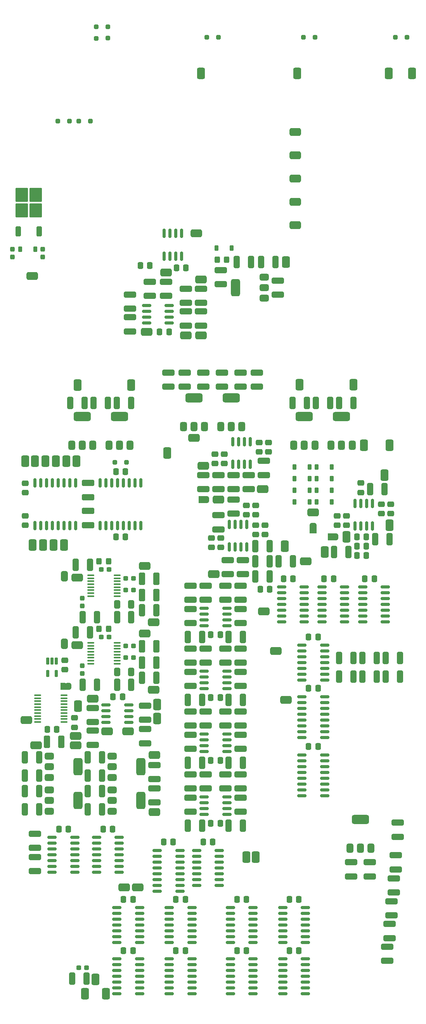
<source format=gbr>
%TF.GenerationSoftware,KiCad,Pcbnew,8.0.2*%
%TF.CreationDate,2024-12-14T16:11:44+01:00*%
%TF.ProjectId,pss_baseboard,7073735f-6261-4736-9562-6f6172642e6b,1.0.0*%
%TF.SameCoordinates,Original*%
%TF.FileFunction,Paste,Bot*%
%TF.FilePolarity,Positive*%
%FSLAX46Y46*%
G04 Gerber Fmt 4.6, Leading zero omitted, Abs format (unit mm)*
G04 Created by KiCad (PCBNEW 8.0.2) date 2024-12-14 16:11:44*
%MOMM*%
%LPD*%
G01*
G04 APERTURE LIST*
G04 Aperture macros list*
%AMRoundRect*
0 Rectangle with rounded corners*
0 $1 Rounding radius*
0 $2 $3 $4 $5 $6 $7 $8 $9 X,Y pos of 4 corners*
0 Add a 4 corners polygon primitive as box body*
4,1,4,$2,$3,$4,$5,$6,$7,$8,$9,$2,$3,0*
0 Add four circle primitives for the rounded corners*
1,1,$1+$1,$2,$3*
1,1,$1+$1,$4,$5*
1,1,$1+$1,$6,$7*
1,1,$1+$1,$8,$9*
0 Add four rect primitives between the rounded corners*
20,1,$1+$1,$2,$3,$4,$5,0*
20,1,$1+$1,$4,$5,$6,$7,0*
20,1,$1+$1,$6,$7,$8,$9,0*
20,1,$1+$1,$8,$9,$2,$3,0*%
%AMFreePoly0*
4,1,19,0.550000,-0.750000,0.000000,-0.750000,0.000000,-0.744911,-0.071157,-0.744911,-0.207708,-0.704816,-0.327430,-0.627875,-0.420627,-0.520320,-0.479746,-0.390866,-0.500000,-0.250000,-0.500000,0.250000,-0.479746,0.390866,-0.420627,0.520320,-0.327430,0.627875,-0.207708,0.704816,-0.071157,0.744911,0.000000,0.744911,0.000000,0.750000,0.550000,0.750000,0.550000,-0.750000,0.550000,-0.750000,
$1*%
%AMFreePoly1*
4,1,19,0.500000,-0.750000,0.000000,-0.750000,0.000000,-0.744911,-0.071157,-0.744911,-0.207708,-0.704816,-0.327430,-0.627875,-0.420627,-0.520320,-0.479746,-0.390866,-0.500000,-0.250000,-0.500000,0.250000,-0.479746,0.390866,-0.420627,0.520320,-0.327430,0.627875,-0.207708,0.704816,-0.071157,0.744911,0.000000,0.744911,0.000000,0.750000,0.500000,0.750000,0.500000,-0.750000,0.500000,-0.750000,
$1*%
%AMFreePoly2*
4,1,19,0.000000,0.744911,0.071157,0.744911,0.207708,0.704816,0.327430,0.627875,0.420627,0.520320,0.479746,0.390866,0.500000,0.250000,0.500000,-0.250000,0.479746,-0.390866,0.420627,-0.520320,0.327430,-0.627875,0.207708,-0.704816,0.071157,-0.744911,0.000000,-0.744911,0.000000,-0.750000,-0.500000,-0.750000,-0.500000,0.750000,0.000000,0.750000,0.000000,0.744911,0.000000,0.744911,
$1*%
G04 Aperture macros list end*
%ADD10C,0.000000*%
%ADD11RoundRect,0.426829X0.823171X0.448171X-0.823171X0.448171X-0.823171X-0.448171X0.823171X-0.448171X0*%
%ADD12RoundRect,0.150000X-0.150000X0.875000X-0.150000X-0.875000X0.150000X-0.875000X0.150000X0.875000X0*%
%ADD13RoundRect,0.250000X-0.400000X-1.075000X0.400000X-1.075000X0.400000X1.075000X-0.400000X1.075000X0*%
%ADD14RoundRect,0.250000X0.400000X1.075000X-0.400000X1.075000X-0.400000X-1.075000X0.400000X-1.075000X0*%
%ADD15RoundRect,0.150000X0.825000X0.150000X-0.825000X0.150000X-0.825000X-0.150000X0.825000X-0.150000X0*%
%ADD16RoundRect,0.237500X0.300000X0.237500X-0.300000X0.237500X-0.300000X-0.237500X0.300000X-0.237500X0*%
%ADD17RoundRect,0.250000X-1.075000X0.400000X-1.075000X-0.400000X1.075000X-0.400000X1.075000X0.400000X0*%
%ADD18RoundRect,0.250000X0.337500X0.475000X-0.337500X0.475000X-0.337500X-0.475000X0.337500X-0.475000X0*%
%ADD19RoundRect,0.250000X-0.412500X-0.650000X0.412500X-0.650000X0.412500X0.650000X-0.412500X0.650000X0*%
%ADD20RoundRect,0.250000X0.475000X-0.337500X0.475000X0.337500X-0.475000X0.337500X-0.475000X-0.337500X0*%
%ADD21RoundRect,0.250000X-0.475000X0.337500X-0.475000X-0.337500X0.475000X-0.337500X0.475000X0.337500X0*%
%ADD22RoundRect,0.426829X-0.448171X0.823171X-0.448171X-0.823171X0.448171X-0.823171X0.448171X0.823171X0*%
%ADD23RoundRect,0.426829X-0.823171X-0.448171X0.823171X-0.448171X0.823171X0.448171X-0.823171X0.448171X0*%
%ADD24RoundRect,0.225000X0.225000X0.375000X-0.225000X0.375000X-0.225000X-0.375000X0.225000X-0.375000X0*%
%ADD25RoundRect,0.375000X0.375000X-0.625000X0.375000X0.625000X-0.375000X0.625000X-0.375000X-0.625000X0*%
%ADD26RoundRect,0.500000X1.400000X-0.500000X1.400000X0.500000X-1.400000X0.500000X-1.400000X-0.500000X0*%
%ADD27RoundRect,0.250000X0.325000X0.450000X-0.325000X0.450000X-0.325000X-0.450000X0.325000X-0.450000X0*%
%ADD28RoundRect,0.375000X0.625000X0.375000X-0.625000X0.375000X-0.625000X-0.375000X0.625000X-0.375000X0*%
%ADD29RoundRect,0.500000X0.500000X1.400000X-0.500000X1.400000X-0.500000X-1.400000X0.500000X-1.400000X0*%
%ADD30RoundRect,0.250000X1.075000X-0.400000X1.075000X0.400000X-1.075000X0.400000X-1.075000X-0.400000X0*%
%ADD31RoundRect,0.250000X-0.337500X-0.475000X0.337500X-0.475000X0.337500X0.475000X-0.337500X0.475000X0*%
%ADD32RoundRect,0.150000X-0.825000X-0.150000X0.825000X-0.150000X0.825000X0.150000X-0.825000X0.150000X0*%
%ADD33RoundRect,0.426829X0.448171X-0.823171X0.448171X0.823171X-0.448171X0.823171X-0.448171X-0.823171X0*%
%ADD34RoundRect,0.237500X0.237500X-0.300000X0.237500X0.300000X-0.237500X0.300000X-0.237500X-0.300000X0*%
%ADD35RoundRect,0.225000X-0.225000X-0.375000X0.225000X-0.375000X0.225000X0.375000X-0.225000X0.375000X0*%
%ADD36RoundRect,0.100000X0.637500X0.100000X-0.637500X0.100000X-0.637500X-0.100000X0.637500X-0.100000X0*%
%ADD37RoundRect,0.250000X0.250000X0.250000X-0.250000X0.250000X-0.250000X-0.250000X0.250000X-0.250000X0*%
%ADD38RoundRect,0.250000X0.350000X-0.850000X0.350000X0.850000X-0.350000X0.850000X-0.350000X-0.850000X0*%
%ADD39RoundRect,0.250000X1.125000X-1.275000X1.125000X1.275000X-1.125000X1.275000X-1.125000X-1.275000X0*%
%ADD40RoundRect,0.250000X0.412500X1.100000X-0.412500X1.100000X-0.412500X-1.100000X0.412500X-1.100000X0*%
%ADD41FreePoly0,180.000000*%
%ADD42R,1.000000X1.500000*%
%ADD43RoundRect,0.250000X-0.250000X0.250000X-0.250000X-0.250000X0.250000X-0.250000X0.250000X0.250000X0*%
%ADD44RoundRect,0.100000X-0.637500X-0.100000X0.637500X-0.100000X0.637500X0.100000X-0.637500X0.100000X0*%
%ADD45RoundRect,0.375000X-0.625000X-0.375000X0.625000X-0.375000X0.625000X0.375000X-0.625000X0.375000X0*%
%ADD46RoundRect,0.500000X-0.500000X-1.400000X0.500000X-1.400000X0.500000X1.400000X-0.500000X1.400000X0*%
%ADD47RoundRect,0.250000X-0.250000X-0.250000X0.250000X-0.250000X0.250000X0.250000X-0.250000X0.250000X0*%
%ADD48RoundRect,0.150000X-0.150000X0.825000X-0.150000X-0.825000X0.150000X-0.825000X0.150000X0.825000X0*%
%ADD49RoundRect,0.162500X-0.162500X0.617500X-0.162500X-0.617500X0.162500X-0.617500X0.162500X0.617500X0*%
%ADD50FreePoly0,270.000000*%
%ADD51R,1.500000X1.000000*%
%ADD52RoundRect,0.250000X-1.100000X0.412500X-1.100000X-0.412500X1.100000X-0.412500X1.100000X0.412500X0*%
%ADD53FreePoly1,270.000000*%
%ADD54FreePoly2,270.000000*%
%ADD55RoundRect,0.150000X0.150000X-0.825000X0.150000X0.825000X-0.150000X0.825000X-0.150000X-0.825000X0*%
%ADD56RoundRect,0.250000X1.100000X-0.412500X1.100000X0.412500X-1.100000X0.412500X-1.100000X-0.412500X0*%
%ADD57RoundRect,0.237500X-0.300000X-0.237500X0.300000X-0.237500X0.300000X0.237500X-0.300000X0.237500X0*%
%ADD58RoundRect,0.150000X0.150000X-0.875000X0.150000X0.875000X-0.150000X0.875000X-0.150000X-0.875000X0*%
G04 APERTURE END LIST*
D10*
%TO.C,JP503*%
G36*
X236954000Y-137336000D02*
G01*
X235654000Y-137336000D01*
X235654000Y-135836000D01*
X236954000Y-135836000D01*
X236954000Y-137336000D01*
G37*
%TO.C,JP501*%
G36*
X208760000Y-129208000D02*
G01*
X207460000Y-129208000D01*
X207460000Y-127708000D01*
X208760000Y-127708000D01*
X208760000Y-129208000D01*
G37*
%TO.C,JP502*%
G36*
X232721000Y-135346000D02*
G01*
X231221000Y-135346000D01*
X231221000Y-134046000D01*
X232721000Y-134046000D01*
X232721000Y-135346000D01*
G37*
%TO.C,JP302*%
G36*
X178403465Y-145857000D02*
G01*
X176903465Y-145857000D01*
X176903465Y-144557000D01*
X178403465Y-144557000D01*
X178403465Y-145857000D01*
G37*
%TO.C,JP401*%
G36*
X178661000Y-169975000D02*
G01*
X177361000Y-169975000D01*
X177361000Y-168475000D01*
X178661000Y-168475000D01*
X178661000Y-169975000D01*
G37*
%TO.C,JP202*%
G36*
X178403465Y-160589000D02*
G01*
X176903465Y-160589000D01*
X176903465Y-159289000D01*
X178403465Y-159289000D01*
X178403465Y-160589000D01*
G37*
%TD*%
D11*
%TO.C,TP913*%
X193693200Y-213040000D03*
%TD*%
D12*
%TO.C,U701*%
X171265000Y-124824000D03*
X172535000Y-124824000D03*
X173805000Y-124824000D03*
X175075000Y-124824000D03*
X176345000Y-124824000D03*
X177615000Y-124824000D03*
X178885000Y-124824000D03*
X180155000Y-124824000D03*
X180155000Y-134124000D03*
X178885000Y-134124000D03*
X177615000Y-134124000D03*
X176345000Y-134124000D03*
X175075000Y-134124000D03*
X173805000Y-134124000D03*
X172535000Y-134124000D03*
X171265000Y-134124000D03*
%TD*%
D13*
%TO.C,R303*%
X194645465Y-152588000D03*
X197745465Y-152588000D03*
%TD*%
D14*
%TO.C,R304*%
X192251965Y-154112000D03*
X189151965Y-154112000D03*
%TD*%
D15*
%TO.C,U1405*%
X218825000Y-228661000D03*
X218825000Y-229931000D03*
X218825000Y-231201000D03*
X218825000Y-232471000D03*
X218825000Y-233741000D03*
X218825000Y-235011000D03*
X218825000Y-236281000D03*
X213875000Y-236281000D03*
X213875000Y-235011000D03*
X213875000Y-233741000D03*
X213875000Y-232471000D03*
X213875000Y-231201000D03*
X213875000Y-229931000D03*
X213875000Y-228661000D03*
%TD*%
D16*
%TO.C,C306*%
X192739965Y-148229000D03*
X191014965Y-148229000D03*
%TD*%
D17*
%TO.C,R503*%
X216604000Y-141640000D03*
X216604000Y-144740000D03*
%TD*%
D18*
%TO.C,C1001*%
X211672500Y-199070000D03*
X209597500Y-199070000D03*
%TD*%
D19*
%TO.C,C204*%
X189151965Y-166050000D03*
X192276965Y-166050000D03*
%TD*%
D11*
%TO.C,TP914*%
X190696000Y-213040000D03*
%TD*%
D20*
%TO.C,C504*%
X209746000Y-138893500D03*
X209746000Y-136818500D03*
%TD*%
D21*
%TO.C,C401*%
X177742000Y-163488500D03*
X177742000Y-165563500D03*
%TD*%
D22*
%TO.C,TP710*%
X177615000Y-138364000D03*
%TD*%
D23*
%TO.C,TP1506*%
X195587000Y-91882000D03*
%TD*%
D15*
%TO.C,U1001*%
X213110000Y-193355000D03*
X213110000Y-194625000D03*
X213110000Y-195895000D03*
X213110000Y-197165000D03*
X208160000Y-197165000D03*
X208160000Y-195895000D03*
X208160000Y-194625000D03*
X208160000Y-193355000D03*
%TD*%
D24*
%TO.C,D601*%
X231208000Y-121346000D03*
X227908000Y-121346000D03*
%TD*%
D11*
%TO.C,TP506*%
X207968000Y-121092000D03*
%TD*%
D25*
%TO.C,Q1903*%
X183852000Y-116622000D03*
X181552000Y-116622000D03*
D26*
X181552000Y-110322000D03*
D25*
X179252000Y-116622000D03*
%TD*%
D15*
%TO.C,U1406*%
X218825000Y-217485000D03*
X218825000Y-218755000D03*
X218825000Y-220025000D03*
X218825000Y-221295000D03*
X218825000Y-222565000D03*
X218825000Y-223835000D03*
X218825000Y-225105000D03*
X213875000Y-225105000D03*
X213875000Y-223835000D03*
X213875000Y-222565000D03*
X213875000Y-221295000D03*
X213875000Y-220025000D03*
X213875000Y-218755000D03*
X213875000Y-217485000D03*
%TD*%
D27*
%TO.C,D3501*%
X213057000Y-76134000D03*
X211007000Y-76134000D03*
%TD*%
D28*
%TO.C,Q3501*%
X221278000Y-79930000D03*
X221278000Y-82230000D03*
D29*
X214978000Y-82230000D03*
D28*
X221278000Y-84530000D03*
%TD*%
D17*
%TO.C,R1503*%
X207460000Y-87437000D03*
X207460000Y-90537000D03*
%TD*%
D30*
%TO.C,R1304*%
X212794000Y-150328000D03*
X212794000Y-147228000D03*
%TD*%
D13*
%TO.C,R1106*%
X213530000Y-185862000D03*
X216630000Y-185862000D03*
%TD*%
D22*
%TO.C,TP709*%
X175329000Y-138364000D03*
%TD*%
D31*
%TO.C,C706*%
X188896500Y-136586000D03*
X190971500Y-136586000D03*
%TD*%
D14*
%TO.C,R301*%
X184791465Y-154112000D03*
X181691465Y-154112000D03*
%TD*%
%TO.C,R1205*%
X207740000Y-172146000D03*
X204640000Y-172146000D03*
%TD*%
D23*
%TO.C,TP203*%
X197173000Y-169987000D03*
%TD*%
D15*
%TO.C,U1101*%
X213110000Y-179639000D03*
X213110000Y-180909000D03*
X213110000Y-182179000D03*
X213110000Y-183449000D03*
X208160000Y-183449000D03*
X208160000Y-182179000D03*
X208160000Y-180909000D03*
X208160000Y-179639000D03*
%TD*%
D27*
%TO.C,D201*%
X187291965Y-156652000D03*
X185241965Y-156652000D03*
%TD*%
D17*
%TO.C,R3504*%
X211778000Y-78394000D03*
X211778000Y-81494000D03*
%TD*%
D13*
%TO.C,R3501*%
X215282000Y-76642000D03*
X218382000Y-76642000D03*
%TD*%
D32*
%TO.C,U1602*%
X233897750Y-155128000D03*
X233897750Y-153858000D03*
X233897750Y-152588000D03*
X233897750Y-151318000D03*
X233897750Y-150048000D03*
X233897750Y-148778000D03*
X233897750Y-147508000D03*
X238847750Y-147508000D03*
X238847750Y-148778000D03*
X238847750Y-150048000D03*
X238847750Y-151318000D03*
X238847750Y-152588000D03*
X238847750Y-153858000D03*
X238847750Y-155128000D03*
%TD*%
D20*
%TO.C,C508*%
X239210000Y-134067500D03*
X239210000Y-131992500D03*
%TD*%
D30*
%TO.C,R1007*%
X205174000Y-196556000D03*
X205174000Y-193456000D03*
%TD*%
D24*
%TO.C,D607*%
X231208000Y-128966000D03*
X227908000Y-128966000D03*
%TD*%
D16*
%TO.C,C202*%
X187405965Y-158430000D03*
X185680965Y-158430000D03*
%TD*%
D22*
%TO.C,TP1903*%
X180536000Y-103450000D03*
%TD*%
%TO.C,TP1703*%
X248460000Y-35494000D03*
%TD*%
D23*
%TO.C,TP410*%
X183838000Y-171892000D03*
%TD*%
D11*
%TO.C,TP802*%
X226002000Y-172146000D03*
%TD*%
D22*
%TO.C,TP408*%
X197935000Y-176210000D03*
%TD*%
D33*
%TO.C,TP703*%
X175837000Y-120076000D03*
%TD*%
D30*
%TO.C,R515*%
X217874000Y-126198000D03*
X217874000Y-123098000D03*
%TD*%
D18*
%TO.C,C1404*%
X192622500Y-226883000D03*
X190547500Y-226883000D03*
%TD*%
D11*
%TO.C,TP2001*%
X228034000Y-48300000D03*
%TD*%
D14*
%TO.C,R1005*%
X207740000Y-199578000D03*
X204640000Y-199578000D03*
%TD*%
D13*
%TO.C,R3503*%
X220642000Y-76642000D03*
X223742000Y-76642000D03*
%TD*%
D23*
%TO.C,TP504*%
X211270000Y-128458000D03*
%TD*%
D17*
%TO.C,R407*%
X195268000Y-173390000D03*
X195268000Y-176490000D03*
%TD*%
%TO.C,R1903*%
X207968000Y-100746000D03*
X207968000Y-103846000D03*
%TD*%
D18*
%TO.C,C802*%
X233008500Y-169606000D03*
X230933500Y-169606000D03*
%TD*%
D34*
%TO.C,C201*%
X181590465Y-166404500D03*
X181590465Y-164679500D03*
%TD*%
D15*
%TO.C,U1402*%
X205490000Y-217485000D03*
X205490000Y-218755000D03*
X205490000Y-220025000D03*
X205490000Y-221295000D03*
X205490000Y-222565000D03*
X205490000Y-223835000D03*
X205490000Y-225105000D03*
X200540000Y-225105000D03*
X200540000Y-223835000D03*
X200540000Y-222565000D03*
X200540000Y-221295000D03*
X200540000Y-220025000D03*
X200540000Y-218755000D03*
X200540000Y-217485000D03*
%TD*%
D17*
%TO.C,R514*%
X221176000Y-119998000D03*
X221176000Y-123098000D03*
%TD*%
D24*
%TO.C,D608*%
X236034000Y-128966000D03*
X232734000Y-128966000D03*
%TD*%
D16*
%TO.C,C203*%
X192739965Y-160361000D03*
X191014965Y-160361000D03*
%TD*%
D22*
%TO.C,TP707*%
X170757000Y-138364000D03*
%TD*%
D30*
%TO.C,R1107*%
X205174000Y-182840000D03*
X205174000Y-179740000D03*
%TD*%
D34*
%TO.C,C1701*%
X172916000Y-75573000D03*
X172916000Y-73848000D03*
%TD*%
D15*
%TO.C,U1403*%
X205490000Y-228661000D03*
X205490000Y-229931000D03*
X205490000Y-231201000D03*
X205490000Y-232471000D03*
X205490000Y-233741000D03*
X205490000Y-235011000D03*
X205490000Y-236281000D03*
X200540000Y-236281000D03*
X200540000Y-235011000D03*
X200540000Y-233741000D03*
X200540000Y-232471000D03*
X200540000Y-231201000D03*
X200540000Y-229931000D03*
X200540000Y-228661000D03*
%TD*%
D30*
%TO.C,R1906*%
X200348000Y-103846000D03*
X200348000Y-100746000D03*
%TD*%
D18*
%TO.C,C517*%
X243549500Y-136586000D03*
X241474500Y-136586000D03*
%TD*%
D11*
%TO.C,TP415*%
X197300000Y-196657000D03*
%TD*%
%TO.C,TP1502*%
X199840000Y-78928000D03*
%TD*%
D30*
%TO.C,R1505*%
X204158000Y-85558000D03*
X204158000Y-82458000D03*
%TD*%
D35*
%TO.C,D3502*%
X210890000Y-73594000D03*
X214190000Y-73594000D03*
%TD*%
D11*
%TO.C,TP1706*%
X170630000Y-79690000D03*
%TD*%
D17*
%TO.C,R1904*%
X203904000Y-100746000D03*
X203904000Y-103846000D03*
%TD*%
D21*
%TO.C,C515*%
X222192000Y-115990500D03*
X222192000Y-118065500D03*
%TD*%
D17*
%TO.C,R406*%
X171265000Y-201330000D03*
X171265000Y-204430000D03*
%TD*%
D21*
%TO.C,C511*%
X248862000Y-129452500D03*
X248862000Y-131527500D03*
%TD*%
D30*
%TO.C,R1401*%
X244290000Y-210653000D03*
X244290000Y-207553000D03*
%TD*%
%TO.C,R417*%
X183838000Y-176998000D03*
X183838000Y-173898000D03*
%TD*%
%TO.C,R1506*%
X204158000Y-90537000D03*
X204158000Y-87437000D03*
%TD*%
D11*
%TO.C,TP301*%
X180447465Y-145476000D03*
%TD*%
D30*
%TO.C,R1102*%
X205174000Y-177760000D03*
X205174000Y-174660000D03*
%TD*%
D11*
%TO.C,TP1704*%
X228034000Y-58460000D03*
%TD*%
D17*
%TO.C,R511*%
X207968000Y-123098000D03*
X207968000Y-126198000D03*
%TD*%
D36*
%TO.C,U201*%
X189151965Y-159711000D03*
X189151965Y-160361000D03*
X189151965Y-161011000D03*
X189151965Y-161661000D03*
X189151965Y-162311000D03*
X189151965Y-162961000D03*
X189151965Y-163611000D03*
X189151965Y-164261000D03*
X183426965Y-164261000D03*
X183426965Y-163611000D03*
X183426965Y-162961000D03*
X183426965Y-162311000D03*
X183426965Y-161661000D03*
X183426965Y-161011000D03*
X183426965Y-160361000D03*
X183426965Y-159711000D03*
%TD*%
D22*
%TO.C,TP909*%
X217366000Y-206436000D03*
%TD*%
D37*
%TO.C,D704*%
X183310000Y-45908000D03*
X180810000Y-45908000D03*
%TD*%
D13*
%TO.C,R501*%
X219372000Y-145222000D03*
X222472000Y-145222000D03*
%TD*%
D22*
%TO.C,TP503*%
X234511000Y-139888000D03*
%TD*%
D24*
%TO.C,D1704*%
X171289000Y-73848000D03*
X167989000Y-73848000D03*
%TD*%
D14*
%TO.C,R1701*%
X182467000Y-232979000D03*
X179367000Y-232979000D03*
%TD*%
D38*
%TO.C,U1701*%
X172148000Y-69988000D03*
D39*
X168343000Y-65363000D03*
X171393000Y-65363000D03*
X168343000Y-62013000D03*
X171393000Y-62013000D03*
D38*
X167588000Y-69988000D03*
%TD*%
D22*
%TO.C,TP512*%
X247491000Y-123124000D03*
%TD*%
D18*
%TO.C,C1406*%
X204052500Y-226883000D03*
X201977500Y-226883000D03*
%TD*%
D13*
%TO.C,R1912*%
X227474000Y-107376000D03*
X230574000Y-107376000D03*
%TD*%
D22*
%TO.C,TP3501*%
X226002000Y-76642000D03*
%TD*%
D21*
%TO.C,C509*%
X246830000Y-129452500D03*
X246830000Y-131527500D03*
%TD*%
D20*
%TO.C,C506*%
X219398000Y-131781500D03*
X219398000Y-129706500D03*
%TD*%
D30*
%TO.C,R1202*%
X205174000Y-164044000D03*
X205174000Y-160944000D03*
%TD*%
D20*
%TO.C,C704*%
X169106000Y-134067500D03*
X169106000Y-131992500D03*
%TD*%
D22*
%TO.C,TP706*%
X169106000Y-120076000D03*
%TD*%
D21*
%TO.C,C505*%
X221430000Y-134024500D03*
X221430000Y-136099500D03*
%TD*%
D11*
%TO.C,TP202*%
X195179465Y-157668000D03*
%TD*%
D17*
%TO.C,R812*%
X248150800Y-225968000D03*
X248150800Y-229068000D03*
%TD*%
D30*
%TO.C,R1104*%
X212794000Y-177760000D03*
X212794000Y-174660000D03*
%TD*%
D40*
%TO.C,C407*%
X177018500Y-181290000D03*
X173893500Y-181290000D03*
%TD*%
D34*
%TO.C,C1702*%
X166312000Y-75573000D03*
X166312000Y-73848000D03*
%TD*%
D37*
%TO.C,D703*%
X191184000Y-120330000D03*
X188684000Y-120330000D03*
%TD*%
D14*
%TO.C,R201*%
X184791465Y-168844000D03*
X181691465Y-168844000D03*
%TD*%
D22*
%TO.C,TP1906*%
X240734000Y-103445000D03*
%TD*%
D11*
%TO.C,TP416*%
X186948000Y-179004000D03*
%TD*%
D18*
%TO.C,C501*%
X222467500Y-148016000D03*
X220392500Y-148016000D03*
%TD*%
D41*
%TO.C,JP503*%
X236954000Y-136586000D03*
D42*
X235654000Y-136586000D03*
%TD*%
D17*
%TO.C,R1001*%
X208476000Y-188376000D03*
X208476000Y-191476000D03*
%TD*%
D18*
%TO.C,C1201*%
X211672500Y-171638000D03*
X209597500Y-171638000D03*
%TD*%
D15*
%TO.C,U1401*%
X194060000Y-228661000D03*
X194060000Y-229931000D03*
X194060000Y-231201000D03*
X194060000Y-232471000D03*
X194060000Y-233741000D03*
X194060000Y-235011000D03*
X194060000Y-236281000D03*
X189110000Y-236281000D03*
X189110000Y-235011000D03*
X189110000Y-233741000D03*
X189110000Y-232471000D03*
X189110000Y-231201000D03*
X189110000Y-229931000D03*
X189110000Y-228661000D03*
%TD*%
D32*
%TO.C,U1603*%
X242787750Y-155128000D03*
X242787750Y-153858000D03*
X242787750Y-152588000D03*
X242787750Y-151318000D03*
X242787750Y-150048000D03*
X242787750Y-148778000D03*
X242787750Y-147508000D03*
X247737750Y-147508000D03*
X247737750Y-148778000D03*
X247737750Y-150048000D03*
X247737750Y-151318000D03*
X247737750Y-152588000D03*
X247737750Y-153858000D03*
X247737750Y-155128000D03*
%TD*%
D40*
%TO.C,C207*%
X197757965Y-164018000D03*
X194632965Y-164018000D03*
%TD*%
D30*
%TO.C,R1509*%
X191966000Y-86828000D03*
X191966000Y-83728000D03*
%TD*%
D15*
%TO.C,U801*%
X234446000Y-160208000D03*
X234446000Y-161478000D03*
X234446000Y-162748000D03*
X234446000Y-164018000D03*
X234446000Y-165288000D03*
X234446000Y-166558000D03*
X234446000Y-167828000D03*
X229496000Y-167828000D03*
X229496000Y-166558000D03*
X229496000Y-165288000D03*
X229496000Y-164018000D03*
X229496000Y-162748000D03*
X229496000Y-161478000D03*
X229496000Y-160208000D03*
%TD*%
D32*
%TO.C,U1601*%
X225051000Y-155128000D03*
X225051000Y-153858000D03*
X225051000Y-152588000D03*
X225051000Y-151318000D03*
X225051000Y-150048000D03*
X225051000Y-148778000D03*
X225051000Y-147508000D03*
X230001000Y-147508000D03*
X230001000Y-148778000D03*
X230001000Y-150048000D03*
X230001000Y-151318000D03*
X230001000Y-152588000D03*
X230001000Y-153858000D03*
X230001000Y-155128000D03*
%TD*%
D11*
%TO.C,TP501*%
X210254000Y-144714000D03*
%TD*%
D30*
%TO.C,R415*%
X197300000Y-194524000D03*
X197300000Y-191424000D03*
%TD*%
D36*
%TO.C,U301*%
X189151965Y-144979000D03*
X189151965Y-145629000D03*
X189151965Y-146279000D03*
X189151965Y-146929000D03*
X189151965Y-147579000D03*
X189151965Y-148229000D03*
X189151965Y-148879000D03*
X189151965Y-149529000D03*
X183426965Y-149529000D03*
X183426965Y-148879000D03*
X183426965Y-148229000D03*
X183426965Y-147579000D03*
X183426965Y-146929000D03*
X183426965Y-146279000D03*
X183426965Y-145629000D03*
X183426965Y-144979000D03*
%TD*%
D43*
%TO.C,D705*%
X187140000Y-25334000D03*
X187140000Y-27834000D03*
%TD*%
D33*
%TO.C,TP704*%
X178123000Y-120076000D03*
%TD*%
D18*
%TO.C,C901*%
X210059500Y-203134000D03*
X207984500Y-203134000D03*
%TD*%
D30*
%TO.C,R1402*%
X240226000Y-210653000D03*
X240226000Y-207553000D03*
%TD*%
D13*
%TO.C,R302*%
X180167465Y-142682000D03*
X183267465Y-142682000D03*
%TD*%
D25*
%TO.C,Q1401*%
X244558000Y-204506000D03*
X242258000Y-204506000D03*
D26*
X242258000Y-198206000D03*
D25*
X239958000Y-204506000D03*
%TD*%
D14*
%TO.C,R510*%
X248634000Y-137094000D03*
X245534000Y-137094000D03*
%TD*%
D44*
%TO.C,U403*%
X171831500Y-176976000D03*
X171831500Y-176326000D03*
X171831500Y-175676000D03*
X171831500Y-175026000D03*
X171831500Y-174376000D03*
X171831500Y-173726000D03*
X171831500Y-173076000D03*
X171831500Y-172426000D03*
X171831500Y-171776000D03*
X171831500Y-171126000D03*
X177556500Y-171126000D03*
X177556500Y-171776000D03*
X177556500Y-172426000D03*
X177556500Y-173076000D03*
X177556500Y-173726000D03*
X177556500Y-174376000D03*
X177556500Y-175026000D03*
X177556500Y-175676000D03*
X177556500Y-176326000D03*
X177556500Y-176976000D03*
%TD*%
D18*
%TO.C,C1407*%
X228817500Y-215707000D03*
X226742500Y-215707000D03*
%TD*%
%TO.C,C405*%
X175985500Y-178623000D03*
X173910500Y-178623000D03*
%TD*%
D13*
%TO.C,R801*%
X237660000Y-167066000D03*
X240760000Y-167066000D03*
%TD*%
D33*
%TO.C,TP702*%
X173551000Y-120076000D03*
%TD*%
D22*
%TO.C,TP1702*%
X228460000Y-35494000D03*
%TD*%
D11*
%TO.C,TP2003*%
X228034000Y-68620000D03*
%TD*%
D30*
%TO.C,R1308*%
X216096000Y-155408000D03*
X216096000Y-152308000D03*
%TD*%
D33*
%TO.C,TP401*%
X182187000Y-236281000D03*
%TD*%
D13*
%TO.C,R412*%
X182796000Y-188656000D03*
X185896000Y-188656000D03*
%TD*%
D25*
%TO.C,Q1905*%
X240468000Y-116622000D03*
X238168000Y-116622000D03*
D26*
X238168000Y-110322000D03*
D25*
X235868000Y-116622000D03*
%TD*%
D13*
%TO.C,R504*%
X219372000Y-141920000D03*
X222472000Y-141920000D03*
%TD*%
D17*
%TO.C,R505*%
X211270000Y-131861000D03*
X211270000Y-134961000D03*
%TD*%
D18*
%TO.C,C1405*%
X204052500Y-215707000D03*
X201977500Y-215707000D03*
%TD*%
D31*
%TO.C,C512*%
X241474500Y-140650000D03*
X243549500Y-140650000D03*
%TD*%
D45*
%TO.C,Q403*%
X188054000Y-189051000D03*
X188054000Y-186751000D03*
D46*
X194354000Y-186751000D03*
D45*
X188054000Y-184451000D03*
%TD*%
D11*
%TO.C,TP1610*%
X230320000Y-141920000D03*
%TD*%
D41*
%TO.C,JP501*%
X208760000Y-128458000D03*
D42*
X207460000Y-128458000D03*
%TD*%
D20*
%TO.C,C519*%
X242385000Y-126934000D03*
X242385000Y-124859000D03*
%TD*%
D30*
%TO.C,R1004*%
X212794000Y-191476000D03*
X212794000Y-188376000D03*
%TD*%
D17*
%TO.C,R810*%
X249522400Y-211083600D03*
X249522400Y-214183600D03*
%TD*%
D15*
%TO.C,U901*%
X211497000Y-204996000D03*
X211497000Y-206266000D03*
X211497000Y-207536000D03*
X211497000Y-208806000D03*
X211497000Y-210076000D03*
X211497000Y-211346000D03*
X211497000Y-212616000D03*
X206547000Y-212616000D03*
X206547000Y-211346000D03*
X206547000Y-210076000D03*
X206547000Y-208806000D03*
X206547000Y-207536000D03*
X206547000Y-206266000D03*
X206547000Y-204996000D03*
%TD*%
D16*
%TO.C,C303*%
X192739965Y-145629000D03*
X191014965Y-145629000D03*
%TD*%
D24*
%TO.C,D605*%
X231208000Y-126426000D03*
X227908000Y-126426000D03*
%TD*%
D11*
%TO.C,TP302*%
X195179465Y-142936000D03*
%TD*%
D13*
%TO.C,R202*%
X180167465Y-157414000D03*
X183267465Y-157414000D03*
%TD*%
D47*
%TO.C,D1702*%
X249898000Y-27620000D03*
X252398000Y-27620000D03*
%TD*%
D22*
%TO.C,TP407*%
X197935000Y-173162000D03*
%TD*%
D14*
%TO.C,R1305*%
X207740000Y-158430000D03*
X204640000Y-158430000D03*
%TD*%
D15*
%TO.C,U404*%
X191709000Y-173289000D03*
X191709000Y-174559000D03*
X191709000Y-175829000D03*
X191709000Y-177099000D03*
X186759000Y-177099000D03*
X186759000Y-175829000D03*
X186759000Y-174559000D03*
X186759000Y-173289000D03*
%TD*%
D14*
%TO.C,R401*%
X172180000Y-184719000D03*
X169080000Y-184719000D03*
%TD*%
D24*
%TO.C,D602*%
X236034000Y-121346000D03*
X232734000Y-121346000D03*
%TD*%
D18*
%TO.C,C1401*%
X217387500Y-215707000D03*
X215312500Y-215707000D03*
%TD*%
D30*
%TO.C,R1108*%
X216096000Y-182840000D03*
X216096000Y-179740000D03*
%TD*%
D31*
%TO.C,C702*%
X188896500Y-122362000D03*
X190971500Y-122362000D03*
%TD*%
D13*
%TO.C,R506*%
X219372000Y-138618000D03*
X222472000Y-138618000D03*
%TD*%
D37*
%TO.C,D3503*%
X211270000Y-27620000D03*
X208770000Y-27620000D03*
%TD*%
D24*
%TO.C,D606*%
X236034000Y-126426000D03*
X232734000Y-126426000D03*
%TD*%
D45*
%TO.C,Q404*%
X188054000Y-196417000D03*
X188054000Y-194117000D03*
D46*
X194354000Y-194117000D03*
D45*
X188054000Y-191817000D03*
%TD*%
D30*
%TO.C,R1508*%
X196284000Y-84034000D03*
X196284000Y-80934000D03*
%TD*%
D17*
%TO.C,R807*%
X249065200Y-216062000D03*
X249065200Y-219162000D03*
%TD*%
D33*
%TO.C,TP701*%
X171265000Y-120076000D03*
%TD*%
D34*
%TO.C,C301*%
X181590465Y-151672500D03*
X181590465Y-149947500D03*
%TD*%
D30*
%TO.C,R1208*%
X216096000Y-169124000D03*
X216096000Y-166024000D03*
%TD*%
D48*
%TO.C,U502*%
X241115000Y-129285000D03*
X242385000Y-129285000D03*
X243655000Y-129285000D03*
X244925000Y-129285000D03*
X244925000Y-134235000D03*
X243655000Y-134235000D03*
X242385000Y-134235000D03*
X241115000Y-134235000D03*
%TD*%
D11*
%TO.C,TP406*%
X180155000Y-180020000D03*
%TD*%
D45*
%TO.C,Q402*%
X174338000Y-196417000D03*
X174338000Y-194117000D03*
D46*
X180638000Y-194117000D03*
D45*
X174338000Y-191817000D03*
%TD*%
D17*
%TO.C,R1901*%
X216096000Y-100746000D03*
X216096000Y-103846000D03*
%TD*%
%TO.C,R1203*%
X216096000Y-160944000D03*
X216096000Y-164044000D03*
%TD*%
D20*
%TO.C,C514*%
X212540000Y-120605500D03*
X212540000Y-118530500D03*
%TD*%
D17*
%TO.C,R808*%
X249979600Y-206054400D03*
X249979600Y-209154400D03*
%TD*%
D49*
%TO.C,U401*%
X173998000Y-163684000D03*
X174948000Y-163684000D03*
X175898000Y-163684000D03*
X175898000Y-166384000D03*
X173998000Y-166384000D03*
%TD*%
D14*
%TO.C,R509*%
X239617000Y-139888000D03*
X236517000Y-139888000D03*
%TD*%
D33*
%TO.C,TP1901*%
X243020000Y-116622000D03*
%TD*%
D13*
%TO.C,R413*%
X182796000Y-196022000D03*
X185896000Y-196022000D03*
%TD*%
D21*
%TO.C,C513*%
X220160000Y-115990500D03*
X220160000Y-118065500D03*
%TD*%
D13*
%TO.C,R408*%
X182796000Y-184719000D03*
X185896000Y-184719000D03*
%TD*%
D11*
%TO.C,TP1403*%
X223843000Y-161478000D03*
%TD*%
D31*
%TO.C,C1603*%
X243209250Y-145730000D03*
X245284250Y-145730000D03*
%TD*%
D13*
%TO.C,R405*%
X169054000Y-196022000D03*
X172154000Y-196022000D03*
%TD*%
D23*
%TO.C,TP1504*%
X207460000Y-80452000D03*
%TD*%
D22*
%TO.C,TP708*%
X173043000Y-138364000D03*
%TD*%
D25*
%TO.C,Q1901*%
X216364000Y-112558000D03*
X214064000Y-112558000D03*
D26*
X214064000Y-106258000D03*
D25*
X211764000Y-112558000D03*
%TD*%
D14*
%TO.C,R804*%
X240760000Y-163002000D03*
X237660000Y-163002000D03*
%TD*%
D22*
%TO.C,TP505*%
X248608000Y-134046000D03*
%TD*%
D19*
%TO.C,C304*%
X189151965Y-151318000D03*
X192276965Y-151318000D03*
%TD*%
D20*
%TO.C,C502*%
X211778000Y-138893500D03*
X211778000Y-136818500D03*
%TD*%
D23*
%TO.C,TP1902*%
X205936000Y-114996000D03*
%TD*%
D25*
%TO.C,Q1906*%
X232340000Y-116622000D03*
X230040000Y-116622000D03*
D26*
X230040000Y-110322000D03*
D25*
X227740000Y-116622000D03*
%TD*%
D18*
%TO.C,C404*%
X190358000Y-171511000D03*
X188283000Y-171511000D03*
%TD*%
D17*
%TO.C,R1301*%
X208476000Y-147228000D03*
X208476000Y-150328000D03*
%TD*%
D15*
%TO.C,U402*%
X179930500Y-202118000D03*
X179930500Y-203388000D03*
X179930500Y-204658000D03*
X179930500Y-205928000D03*
X179930500Y-207198000D03*
X179930500Y-208468000D03*
X179930500Y-209738000D03*
X174980500Y-209738000D03*
X174980500Y-208468000D03*
X174980500Y-207198000D03*
X174980500Y-205928000D03*
X174980500Y-204658000D03*
X174980500Y-203388000D03*
X174980500Y-202118000D03*
%TD*%
D11*
%TO.C,TP1705*%
X228034000Y-63540000D03*
%TD*%
D17*
%TO.C,R1003*%
X216096000Y-188376000D03*
X216096000Y-191476000D03*
%TD*%
D48*
%TO.C,U501*%
X213683000Y-133857000D03*
X214953000Y-133857000D03*
X216223000Y-133857000D03*
X217493000Y-133857000D03*
X217493000Y-138807000D03*
X216223000Y-138807000D03*
X214953000Y-138807000D03*
X213683000Y-138807000D03*
%TD*%
D16*
%TO.C,C206*%
X192739965Y-162961000D03*
X191014965Y-162961000D03*
%TD*%
D11*
%TO.C,TP2002*%
X228034000Y-53380000D03*
%TD*%
D13*
%TO.C,R516*%
X244391000Y-126150500D03*
X247491000Y-126150500D03*
%TD*%
D50*
%TO.C,JP502*%
X231971000Y-134046000D03*
D51*
X231971000Y-135346000D03*
%TD*%
D14*
%TO.C,R402*%
X172180000Y-192085000D03*
X169080000Y-192085000D03*
%TD*%
D22*
%TO.C,TP910*%
X219398000Y-206436000D03*
%TD*%
D48*
%TO.C,U1502*%
X199459000Y-70422000D03*
X200729000Y-70422000D03*
X201999000Y-70422000D03*
X203269000Y-70422000D03*
X203269000Y-75372000D03*
X201999000Y-75372000D03*
X200729000Y-75372000D03*
X199459000Y-75372000D03*
%TD*%
D13*
%TO.C,R203*%
X194645465Y-167320000D03*
X197745465Y-167320000D03*
%TD*%
D22*
%TO.C,TP409*%
X180663000Y-173543000D03*
%TD*%
D47*
%TO.C,D702*%
X176238000Y-45908000D03*
X178738000Y-45908000D03*
%TD*%
D52*
%TO.C,C701*%
X182822000Y-124863500D03*
X182822000Y-127988500D03*
%TD*%
D15*
%TO.C,U803*%
X234446000Y-184211000D03*
X234446000Y-185481000D03*
X234446000Y-186751000D03*
X234446000Y-188021000D03*
X234446000Y-189291000D03*
X234446000Y-190561000D03*
X234446000Y-191831000D03*
X234446000Y-193101000D03*
X229496000Y-193101000D03*
X229496000Y-191831000D03*
X229496000Y-190561000D03*
X229496000Y-189291000D03*
X229496000Y-188021000D03*
X229496000Y-186751000D03*
X229496000Y-185481000D03*
X229496000Y-184211000D03*
%TD*%
D11*
%TO.C,TP1607*%
X221176000Y-152842000D03*
%TD*%
D17*
%TO.C,R414*%
X197300000Y-186344000D03*
X197300000Y-189444000D03*
%TD*%
%TO.C,R411*%
X195268000Y-178496000D03*
X195268000Y-181596000D03*
%TD*%
D23*
%TO.C,TP513*%
X231971000Y-131252000D03*
%TD*%
D13*
%TO.C,R1908*%
X189146000Y-107376000D03*
X192246000Y-107376000D03*
%TD*%
D15*
%TO.C,U802*%
X234446000Y-171511000D03*
X234446000Y-172781000D03*
X234446000Y-174051000D03*
X234446000Y-175321000D03*
X234446000Y-176591000D03*
X234446000Y-177861000D03*
X234446000Y-179131000D03*
X234446000Y-180401000D03*
X229496000Y-180401000D03*
X229496000Y-179131000D03*
X229496000Y-177861000D03*
X229496000Y-176591000D03*
X229496000Y-175321000D03*
X229496000Y-174051000D03*
X229496000Y-172781000D03*
X229496000Y-171511000D03*
%TD*%
D17*
%TO.C,R513*%
X214572000Y-123098000D03*
X214572000Y-126198000D03*
%TD*%
D25*
%TO.C,Q1904*%
X191980000Y-116622000D03*
X189680000Y-116622000D03*
D26*
X189680000Y-110322000D03*
D25*
X187380000Y-116622000D03*
%TD*%
D13*
%TO.C,R803*%
X247820000Y-167066000D03*
X250920000Y-167066000D03*
%TD*%
D33*
%TO.C,TP402*%
X200094000Y-118298000D03*
%TD*%
D14*
%TO.C,R806*%
X245840000Y-163002000D03*
X242740000Y-163002000D03*
%TD*%
D11*
%TO.C,TP413*%
X191520000Y-179004000D03*
%TD*%
D17*
%TO.C,R1905*%
X212032000Y-100746000D03*
X212032000Y-103846000D03*
%TD*%
%TO.C,R1101*%
X208476000Y-174660000D03*
X208476000Y-177760000D03*
%TD*%
D14*
%TO.C,R502*%
X227552000Y-141920000D03*
X224452000Y-141920000D03*
%TD*%
D15*
%TO.C,U1407*%
X230255000Y-217485000D03*
X230255000Y-218755000D03*
X230255000Y-220025000D03*
X230255000Y-221295000D03*
X230255000Y-222565000D03*
X230255000Y-223835000D03*
X230255000Y-225105000D03*
X225305000Y-225105000D03*
X225305000Y-223835000D03*
X225305000Y-222565000D03*
X225305000Y-221295000D03*
X225305000Y-220025000D03*
X225305000Y-218755000D03*
X225305000Y-217485000D03*
%TD*%
D22*
%TO.C,TP1701*%
X253540000Y-35494000D03*
%TD*%
D21*
%TO.C,C503*%
X219398000Y-134024500D03*
X219398000Y-136099500D03*
%TD*%
D17*
%TO.C,R811*%
X248608000Y-221015000D03*
X248608000Y-224115000D03*
%TD*%
D23*
%TO.C,TP303*%
X197173000Y-155255000D03*
%TD*%
D15*
%TO.C,U902*%
X202879494Y-204996000D03*
X202879494Y-206266000D03*
X202879494Y-207536000D03*
X202879494Y-208806000D03*
X202879494Y-210076000D03*
X202879494Y-211346000D03*
X202879494Y-212616000D03*
X202879494Y-213886000D03*
X197929494Y-213886000D03*
X197929494Y-212616000D03*
X197929494Y-211346000D03*
X197929494Y-210076000D03*
X197929494Y-208806000D03*
X197929494Y-207536000D03*
X197929494Y-206266000D03*
X197929494Y-204996000D03*
%TD*%
D53*
%TO.C,JP302*%
X177653465Y-144557000D03*
D54*
X177653465Y-145857000D03*
%TD*%
D15*
%TO.C,U1301*%
X213110000Y-152207000D03*
X213110000Y-153477000D03*
X213110000Y-154747000D03*
X213110000Y-156017000D03*
X208160000Y-156017000D03*
X208160000Y-154747000D03*
X208160000Y-153477000D03*
X208160000Y-152207000D03*
%TD*%
D30*
%TO.C,R1302*%
X205174000Y-150328000D03*
X205174000Y-147228000D03*
%TD*%
D17*
%TO.C,R512*%
X211270000Y-123098000D03*
X211270000Y-126198000D03*
%TD*%
D30*
%TO.C,R1510*%
X191966000Y-91807000D03*
X191966000Y-88707000D03*
%TD*%
D22*
%TO.C,TP1905*%
X192246000Y-103450000D03*
%TD*%
D13*
%TO.C,R1206*%
X213530000Y-172146000D03*
X216630000Y-172146000D03*
%TD*%
D37*
%TO.C,D1701*%
X232332000Y-27620000D03*
X229832000Y-27620000D03*
%TD*%
D18*
%TO.C,C1408*%
X228817500Y-226883000D03*
X226742500Y-226883000D03*
%TD*%
D55*
%TO.C,U503*%
X218255000Y-120773000D03*
X216985000Y-120773000D03*
X215715000Y-120773000D03*
X214445000Y-120773000D03*
X214445000Y-115823000D03*
X215715000Y-115823000D03*
X216985000Y-115823000D03*
X218255000Y-115823000D03*
%TD*%
D11*
%TO.C,TP404*%
X171519000Y-182052000D03*
%TD*%
D43*
%TO.C,D701*%
X184600000Y-25354000D03*
X184600000Y-27854000D03*
%TD*%
D30*
%TO.C,R507*%
X213302000Y-144740000D03*
X213302000Y-141640000D03*
%TD*%
D11*
%TO.C,TP414*%
X197300000Y-184211000D03*
%TD*%
D40*
%TO.C,C307*%
X197757965Y-149286000D03*
X194632965Y-149286000D03*
%TD*%
D11*
%TO.C,TP201*%
X180447465Y-160208000D03*
%TD*%
D17*
%TO.C,R508*%
X214572000Y-128432000D03*
X214572000Y-131532000D03*
%TD*%
D33*
%TO.C,TP502*%
X225748000Y-138618000D03*
%TD*%
D15*
%TO.C,U1201*%
X213110000Y-165923000D03*
X213110000Y-167193000D03*
X213110000Y-168463000D03*
X213110000Y-169733000D03*
X208160000Y-169733000D03*
X208160000Y-168463000D03*
X208160000Y-167193000D03*
X208160000Y-165923000D03*
%TD*%
D14*
%TO.C,R1909*%
X240734000Y-107376000D03*
X237634000Y-107376000D03*
%TD*%
D17*
%TO.C,R1507*%
X199840000Y-80934000D03*
X199840000Y-84034000D03*
%TD*%
D30*
%TO.C,R1504*%
X207460000Y-85558000D03*
X207460000Y-82458000D03*
%TD*%
D31*
%TO.C,C1501*%
X198462000Y-91882000D03*
X200537000Y-91882000D03*
%TD*%
D16*
%TO.C,C302*%
X187405965Y-143698000D03*
X185680965Y-143698000D03*
%TD*%
D18*
%TO.C,C803*%
X233008500Y-182306000D03*
X230933500Y-182306000D03*
%TD*%
D45*
%TO.C,Q401*%
X174338000Y-189051000D03*
X174338000Y-186751000D03*
D46*
X180638000Y-186751000D03*
D45*
X174338000Y-184451000D03*
%TD*%
D22*
%TO.C,TP509*%
X248608000Y-116622000D03*
%TD*%
D18*
%TO.C,C801*%
X233008500Y-158430000D03*
X230933500Y-158430000D03*
%TD*%
%TO.C,C402*%
X178525500Y-200340000D03*
X176450500Y-200340000D03*
%TD*%
D33*
%TO.C,TP507*%
X239210000Y-136586000D03*
%TD*%
D30*
%TO.C,R3502*%
X224224000Y-83780000D03*
X224224000Y-80680000D03*
%TD*%
D18*
%TO.C,C518*%
X243549500Y-138618000D03*
X241474500Y-138618000D03*
%TD*%
D27*
%TO.C,D301*%
X187291965Y-141920000D03*
X185241965Y-141920000D03*
%TD*%
D21*
%TO.C,C703*%
X169106000Y-124880500D03*
X169106000Y-126955500D03*
%TD*%
D20*
%TO.C,C510*%
X237178000Y-134067500D03*
X237178000Y-131992500D03*
%TD*%
D30*
%TO.C,R416*%
X183838000Y-181951000D03*
X183838000Y-178851000D03*
%TD*%
D40*
%TO.C,C205*%
X197757965Y-160462000D03*
X194632965Y-160462000D03*
%TD*%
D30*
%TO.C,R1002*%
X205174000Y-191476000D03*
X205174000Y-188376000D03*
%TD*%
D40*
%TO.C,C305*%
X197757965Y-145730000D03*
X194632965Y-145730000D03*
%TD*%
D13*
%TO.C,R1306*%
X213530000Y-158430000D03*
X216630000Y-158430000D03*
%TD*%
D30*
%TO.C,R1008*%
X216096000Y-196556000D03*
X216096000Y-193456000D03*
%TD*%
%TO.C,R1307*%
X205174000Y-155408000D03*
X205174000Y-152308000D03*
%TD*%
D25*
%TO.C,Q1902*%
X208236000Y-112558000D03*
X205936000Y-112558000D03*
D26*
X205936000Y-106258000D03*
D25*
X203636000Y-112558000D03*
%TD*%
D13*
%TO.C,R404*%
X169080000Y-188656000D03*
X172180000Y-188656000D03*
%TD*%
D41*
%TO.C,JP401*%
X178661000Y-169225000D03*
D42*
X177361000Y-169225000D03*
%TD*%
D18*
%TO.C,C1301*%
X211672500Y-157922000D03*
X209597500Y-157922000D03*
%TD*%
D13*
%TO.C,R1907*%
X184066000Y-107376000D03*
X187166000Y-107376000D03*
%TD*%
D11*
%TO.C,TP405*%
X180155000Y-182050000D03*
%TD*%
D22*
%TO.C,TP1402*%
X184473000Y-233106000D03*
%TD*%
%TO.C,TP3503*%
X207460000Y-35494000D03*
%TD*%
D56*
%TO.C,C705*%
X182822000Y-134084500D03*
X182822000Y-130959500D03*
%TD*%
D17*
%TO.C,R1201*%
X208476000Y-160944000D03*
X208476000Y-164044000D03*
%TD*%
D14*
%TO.C,R805*%
X250920000Y-163002000D03*
X247820000Y-163002000D03*
%TD*%
D13*
%TO.C,R409*%
X182796000Y-192085000D03*
X185896000Y-192085000D03*
%TD*%
D11*
%TO.C,TP403*%
X169360000Y-176591000D03*
%TD*%
D15*
%TO.C,U1408*%
X230255000Y-228661000D03*
X230255000Y-229931000D03*
X230255000Y-231201000D03*
X230255000Y-232471000D03*
X230255000Y-233741000D03*
X230255000Y-235011000D03*
X230255000Y-236281000D03*
X225305000Y-236281000D03*
X225305000Y-235011000D03*
X225305000Y-233741000D03*
X225305000Y-232471000D03*
X225305000Y-231201000D03*
X225305000Y-229931000D03*
X225305000Y-228661000D03*
%TD*%
D18*
%TO.C,C902*%
X201423500Y-203134000D03*
X199348500Y-203134000D03*
%TD*%
D31*
%TO.C,C1602*%
X225472500Y-145730000D03*
X227547500Y-145730000D03*
%TD*%
D17*
%TO.C,R809*%
X250386000Y-198917000D03*
X250386000Y-202017000D03*
%TD*%
D14*
%TO.C,R1105*%
X207740000Y-185862000D03*
X204640000Y-185862000D03*
%TD*%
D15*
%TO.C,U1404*%
X194060000Y-217485000D03*
X194060000Y-218755000D03*
X194060000Y-220025000D03*
X194060000Y-221295000D03*
X194060000Y-222565000D03*
X194060000Y-223835000D03*
X194060000Y-225105000D03*
X189110000Y-225105000D03*
X189110000Y-223835000D03*
X189110000Y-222565000D03*
X189110000Y-221295000D03*
X189110000Y-220025000D03*
X189110000Y-218755000D03*
X189110000Y-217485000D03*
%TD*%
D18*
%TO.C,C408*%
X188177500Y-200340000D03*
X186102500Y-200340000D03*
%TD*%
D33*
%TO.C,TP705*%
X180282000Y-120076000D03*
%TD*%
D30*
%TO.C,R1207*%
X205174000Y-169124000D03*
X205174000Y-166024000D03*
%TD*%
%TO.C,R1902*%
X219652000Y-103846000D03*
X219652000Y-100746000D03*
%TD*%
D14*
%TO.C,R1910*%
X235654000Y-107376000D03*
X232554000Y-107376000D03*
%TD*%
%TO.C,R1911*%
X182086000Y-107376000D03*
X178986000Y-107376000D03*
%TD*%
D21*
%TO.C,C406*%
X179901000Y-176061500D03*
X179901000Y-178136500D03*
%TD*%
D17*
%TO.C,R403*%
X171265000Y-206410000D03*
X171265000Y-209510000D03*
%TD*%
D24*
%TO.C,D603*%
X231208000Y-123886000D03*
X227908000Y-123886000D03*
%TD*%
D11*
%TO.C,TP3502*%
X206444000Y-70419000D03*
%TD*%
D57*
%TO.C,C1703*%
X180816500Y-230566000D03*
X182541500Y-230566000D03*
%TD*%
D13*
%TO.C,R1006*%
X213530000Y-199578000D03*
X216630000Y-199578000D03*
%TD*%
D31*
%TO.C,C1503*%
X202104500Y-77912000D03*
X204179500Y-77912000D03*
%TD*%
D11*
%TO.C,TP510*%
X220922000Y-126172000D03*
%TD*%
D31*
%TO.C,C1502*%
X194230500Y-77404000D03*
X196305500Y-77404000D03*
%TD*%
D20*
%TO.C,C507*%
X217366000Y-131781500D03*
X217366000Y-129706500D03*
%TD*%
D22*
%TO.C,TP1401*%
X186759000Y-236281000D03*
%TD*%
D13*
%TO.C,R802*%
X242740000Y-167066000D03*
X245840000Y-167066000D03*
%TD*%
D14*
%TO.C,R204*%
X192251965Y-168844000D03*
X189151965Y-168844000D03*
%TD*%
D30*
%TO.C,R1204*%
X212794000Y-164044000D03*
X212794000Y-160944000D03*
%TD*%
D33*
%TO.C,TP1904*%
X229024000Y-103445000D03*
%TD*%
D53*
%TO.C,JP202*%
X177653465Y-159289000D03*
D54*
X177653465Y-160589000D03*
%TD*%
D24*
%TO.C,D604*%
X236034000Y-123886000D03*
X232734000Y-123886000D03*
%TD*%
D18*
%TO.C,C1402*%
X192622500Y-215707000D03*
X190547500Y-215707000D03*
%TD*%
D17*
%TO.C,R1103*%
X216096000Y-174660000D03*
X216096000Y-177760000D03*
%TD*%
D23*
%TO.C,TP1503*%
X207460000Y-92644000D03*
%TD*%
D20*
%TO.C,C516*%
X210508000Y-120605500D03*
X210508000Y-118530500D03*
%TD*%
D32*
%TO.C,U1501*%
X195587000Y-89977000D03*
X195587000Y-88707000D03*
X195587000Y-87437000D03*
X195587000Y-86167000D03*
X200537000Y-86167000D03*
X200537000Y-87437000D03*
X200537000Y-88707000D03*
X200537000Y-89977000D03*
%TD*%
D17*
%TO.C,R1303*%
X216096000Y-147228000D03*
X216096000Y-150328000D03*
%TD*%
D31*
%TO.C,C1601*%
X234340750Y-145730000D03*
X236415750Y-145730000D03*
%TD*%
D15*
%TO.C,U405*%
X189615000Y-202118000D03*
X189615000Y-203388000D03*
X189615000Y-204658000D03*
X189615000Y-205928000D03*
X189615000Y-207198000D03*
X189615000Y-208468000D03*
X189615000Y-209738000D03*
X184665000Y-209738000D03*
X184665000Y-208468000D03*
X184665000Y-207198000D03*
X184665000Y-205928000D03*
X184665000Y-204658000D03*
X184665000Y-203388000D03*
X184665000Y-202118000D03*
%TD*%
D58*
%TO.C,U702*%
X194379000Y-134124000D03*
X193109000Y-134124000D03*
X191839000Y-134124000D03*
X190569000Y-134124000D03*
X189299000Y-134124000D03*
X188029000Y-134124000D03*
X186759000Y-134124000D03*
X185489000Y-134124000D03*
X185489000Y-124824000D03*
X186759000Y-124824000D03*
X188029000Y-124824000D03*
X189299000Y-124824000D03*
X190569000Y-124824000D03*
X191839000Y-124824000D03*
X193109000Y-124824000D03*
X194379000Y-124824000D03*
%TD*%
D23*
%TO.C,TP1505*%
X204158000Y-92644000D03*
%TD*%
D18*
%TO.C,C1101*%
X211672500Y-185354000D03*
X209597500Y-185354000D03*
%TD*%
%TO.C,C1403*%
X217387500Y-226883000D03*
X215312500Y-226883000D03*
%TD*%
M02*

</source>
